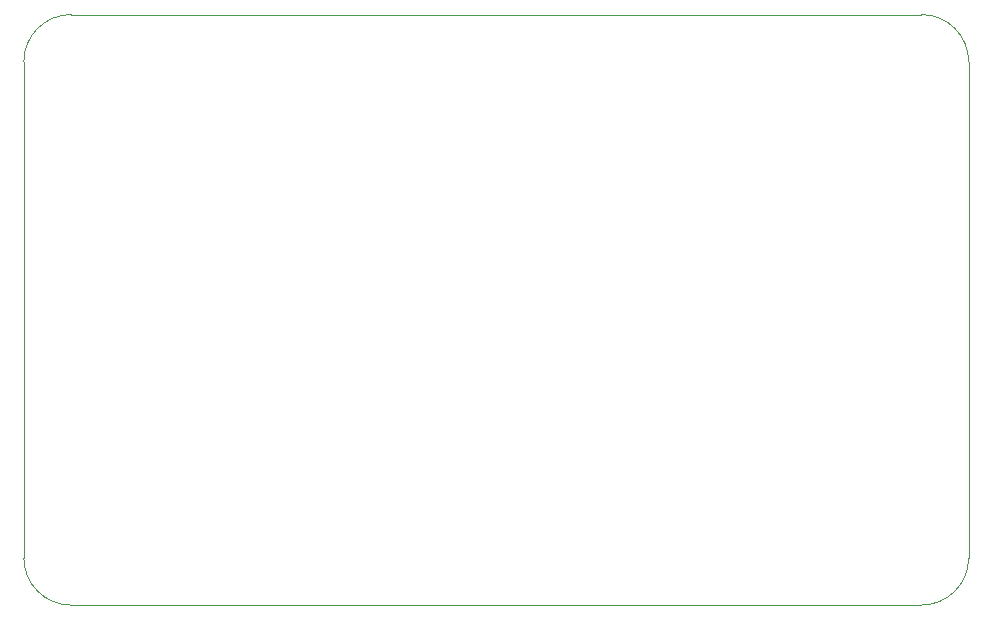
<source format=gbr>
G04*
G04 #@! TF.GenerationSoftware,Altium Limited,Altium Designer,24.10.1 (45)*
G04*
G04 Layer_Color=0*
%FSLAX25Y25*%
%MOIN*%
G70*
G04*
G04 #@! TF.SameCoordinates,CBAACD6F-12D9-4D4A-9EA7-E70620961981*
G04*
G04*
G04 #@! TF.FilePolarity,Positive*
G04*
G01*
G75*
%ADD68C,0.00100*%
D68*
Y15748D02*
X0Y181102D01*
D02*
G02*
X15748Y196850I15748J0D01*
G01*
X299213D01*
D02*
G02*
X314961Y181102I0J-15748D01*
G01*
Y15748D01*
D02*
G02*
X299213Y0I-15748J-0D01*
G01*
X15748D01*
D02*
G02*
X0Y15748I-0J15748D01*
G01*
M02*

</source>
